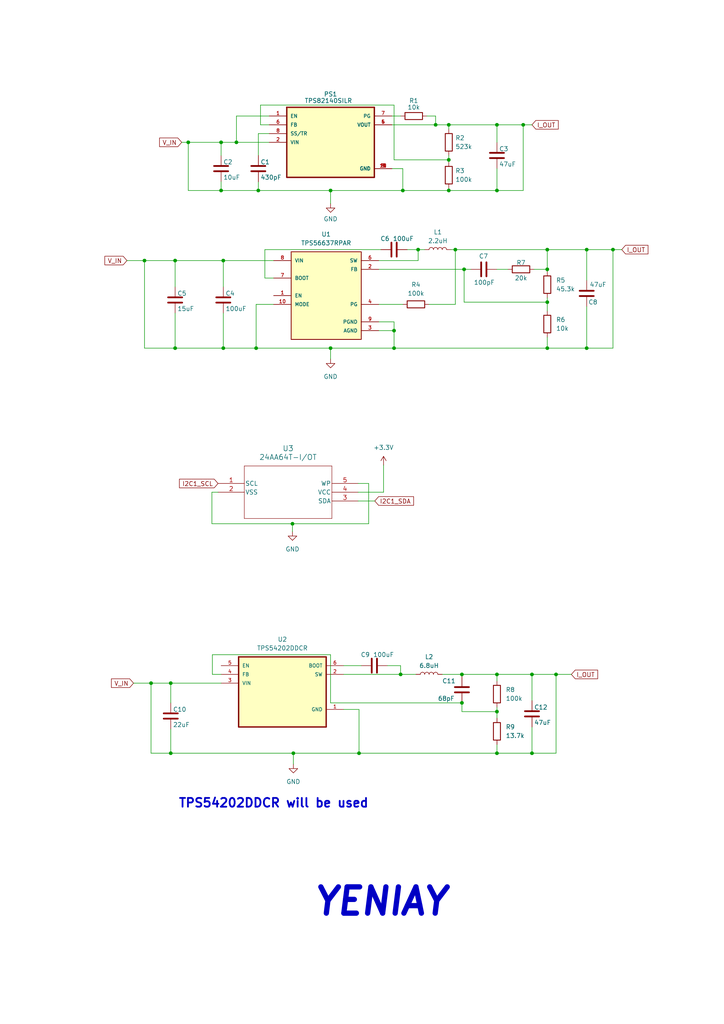
<source format=kicad_sch>
(kicad_sch (version 20231120) (generator "eeschema") (generator_version "8.0")
  (paper "A4" portrait)
  (title_block (title "Voltage Regulator") (date "2024-12-17") (rev "Ozan E."))
  (lib_symbols
    (symbol "2024-04-16_22-30-30:24AA64T-I_OT" (pin_names (offset 0.254))
      (property "Reference" "U" (at 20.32 10.16 0))
      (property "Value" "24AA64T-I/OT" (at 20.32 7.62 0))
      (symbol "24AA64T-I_OT_0_1"
        (polyline (pts (xy 7.62 -10.16) (xy 33.02 -10.16)) (stroke (width 0.127)))
        (polyline (pts (xy 7.62 5.08) (xy 7.62 -10.16)) (stroke (width 0.127)))
        (polyline (pts (xy 33.02 -10.16) (xy 33.02 5.08)) (stroke (width 0.127)))
        (polyline (pts (xy 33.02 5.08) (xy 7.62 5.08)) (stroke (width 0.127)))
        (pin input line (at 0 0 0) (length 7.62) (name "SCL") (number "1"))
        (pin power_in line (at 0 -2.54 0) (length 7.62) (name "VSS") (number "2"))
        (pin bidirectional line (at 40.64 -5.08 180) (length 7.62) (name "SDA") (number "3"))
        (pin power_in line (at 40.64 -2.54 180) (length 7.62) (name "VCC") (number "4"))
        (pin unspecified line (at 40.64 0 180) (length 7.62) (name "WP") (number "5"))
      )
    )
    (symbol "Device:C" (pin_numbers hide) (pin_names (offset 0.254))
      (property "Reference" "C" (at 0.635 2.54 0))
      (property "Value" "C" (at 0.635 -2.54 0))
      (symbol "C_0_1"
        (polyline (pts (xy -2.032 -0.762) (xy 2.032 -0.762)) (stroke (width 0.508)))
        (polyline (pts (xy -2.032 0.762) (xy 2.032 0.762)) (stroke (width 0.508)))
      )
      (symbol "C_1_1"
        (pin passive line (at 0 3.81 270) (length 2.794) (name "~") (number "1"))
        (pin passive line (at 0 -3.81 90) (length 2.794) (name "~") (number "2"))
      )
    )
    (symbol "Device:L" (pin_numbers hide) (pin_names (offset 1.016) hide)
      (property "Reference" "L" (at -1.27 0 90))
      (property "Value" "L" (at 1.905 0 90))
      (symbol "L_0_1"
        (arc (start 0 -2.54) (mid 0.6323 -1.905) (end 0 -1.27))
        (arc (start 0 -1.27) (mid 0.6323 -0.635) (end 0 0))
        (arc (start 0 0) (mid 0.6323 0.635) (end 0 1.27))
        (arc (start 0 1.27) (mid 0.6323 1.905) (end 0 2.54))
      )
      (symbol "L_1_1"
        (pin passive line (at 0 3.81 270) (length 1.27) (name "1") (number "1"))
        (pin passive line (at 0 -3.81 90) (length 1.27) (name "2") (number "2"))
      )
    )
    (symbol "Device:R" (pin_numbers hide) (pin_names (offset 0))
      (property "Reference" "R" (at 2.032 0 90))
      (property "Value" "R" (at 0 0 90))
      (symbol "R_0_1"
        (rectangle (start -1.016 -2.54) (end 1.016 2.54) (stroke (width 0.254)))
      )
      (symbol "R_1_1"
        (pin passive line (at 0 3.81 270) (length 1.27) (name "~") (number "1"))
        (pin passive line (at 0 -3.81 90) (length 1.27) (name "~") (number "2"))
      )
    )
    (symbol "TPS54202DDCR:TPS54202DDCR" (pin_names (offset 1.016))
      (property "Reference" "U" (at -12.7 11.16 0))
      (property "Value" "TPS54202DDCR" (at -12.7 -14.16 0))
      (symbol "TPS54202DDCR_0_0"
        (rectangle (start -12.7 -10.16) (end 12.7 10.16) (stroke (width 0.41)) (fill (type background)))
        (pin power_in line (at 17.78 -5.08 180) (length 5.08) (name "GND") (number "1"))
        (pin output line (at 17.78 5.08 180) (length 5.08) (name "SW") (number "2"))
        (pin input line (at -17.78 2.54 0) (length 5.08) (name "VIN") (number "3"))
        (pin input line (at -17.78 5.08 0) (length 5.08) (name "FB") (number "4"))
        (pin input line (at -17.78 7.62 0) (length 5.08) (name "EN") (number "5"))
        (pin output line (at 17.78 7.62 180) (length 5.08) (name "BOOT") (number "6"))
      )
    )
    (symbol "TPS56637RPAR:TPS56637RPAR" (pin_names (offset 1.016))
      (property "Reference" "U" (at -10.16 13.97 0))
      (property "Value" "TPS56637RPAR" (at -10.16 -13.97 0))
      (symbol "TPS56637RPAR_0_0"
        (rectangle (start -10.16 -12.7) (end 10.16 12.7) (stroke (width 0.254)) (fill (type background)))
        (pin input line (at -15.24 0 0) (length 5.08) (name "EN") (number "1"))
        (pin input line (at -15.24 -2.54 0) (length 5.08) (name "MODE") (number "10"))
        (pin input line (at 15.24 7.62 180) (length 5.08) (name "FB") (number "2"))
        (pin power_in line (at 15.24 -10.16 180) (length 5.08) (name "AGND") (number "3"))
        (pin output line (at 15.24 -2.54 180) (length 5.08) (name "PG") (number "4"))
        (pin output line (at 15.24 10.16 180) (length 5.08) (name "SW") (number "6"))
        (pin input line (at -15.24 5.08 0) (length 5.08) (name "BOOT") (number "7"))
        (pin input line (at -15.24 10.16 0) (length 5.08) (name "VIN") (number "8"))
        (pin power_in line (at 15.24 -7.62 180) (length 5.08) (name "PGND") (number "9"))
      )
    )
    (symbol "TPS82140SILR:TPS82140SILR" (pin_names (offset 1.016))
      (property "Reference" "PS" (at -12.7 11.16 0))
      (property "Value" "TPS82140SILR" (at -12.7 -14.16 0))
      (symbol "TPS82140SILR_0_0"
        (rectangle (start -12.7 -10.16) (end 12.7 10.16) (stroke (width 0.41)) (fill (type background)))
        (pin input line (at -17.78 7.62 0) (length 5.08) (name "EN") (number "1"))
        (pin power_in line (at 17.78 -7.62 180) (length 5.08) (name "GND") (number "10"))
        (pin power_in line (at 17.78 -7.62 180) (length 5.08) (name "GND") (number "11"))
        (pin power_in line (at 17.78 -7.62 180) (length 5.08) (name "GND") (number "12"))
        (pin input line (at -17.78 0 0) (length 5.08) (name "VIN") (number "2"))
        (pin power_in line (at 17.78 -7.62 180) (length 5.08) (name "GND") (number "3"))
        (pin output line (at 17.78 5.08 180) (length 5.08) (name "VOUT") (number "4"))
        (pin output line (at 17.78 5.08 180) (length 5.08) (name "VOUT") (number "5"))
        (pin input line (at -17.78 5.08 0) (length 5.08) (name "FB") (number "6"))
        (pin output line (at 17.78 7.62 180) (length 5.08) (name "PG") (number "7"))
        (pin input line (at -17.78 2.54 0) (length 5.08) (name "SS/TR") (number "8"))
        (pin power_in line (at 17.78 -7.62 180) (length 5.08) (name "GND") (number "9"))
      )
    )
    (symbol "power:+3.3V" (power) (pin_numbers hide) (pin_names (offset 0) hide)
      (property "Value" "+3.3V" (at 0 3.556 0))
      (symbol "+3.3V_0_1"
        (polyline (pts (xy -0.762 1.27) (xy 0 2.54)))
        (polyline (pts (xy 0 0) (xy 0 2.54)))
        (polyline (pts (xy 0 2.54) (xy 0.762 1.27)))
      )
      (symbol "+3.3V_1_1"
        (pin power_in line (at 0 0 90) (length 0) (name "~") (number "1"))
      )
    )
    (symbol "power:GND" (power) (pin_numbers hide) (pin_names (offset 0) hide)
      (property "Value" "GND" (at 0 -3.81 0))
      (symbol "GND_0_1"
        (polyline (pts (xy 0 0) (xy 0 -1.27) (xy 1.27 -1.27) (xy 0 -2.54) (xy -1.27 -1.27) (xy 0 -1.27)))
      )
      (symbol "GND_1_1"
        (pin power_in line (at 0 0 270) (length 0) (name "~") (number "1"))
      )
    )
  )
  (junction (at 114.3 95.885))
  (junction (at 158.75 78.105))
  (junction (at 54.61 41.275))
  (junction (at 64.135 55.245))
  (junction (at 116.84 55.245))
  (junction (at 177.8 72.39))
  (junction (at 68.58 41.275))
  (junction (at 133.985 203.835))
  (junction (at 49.53 218.44))
  (junction (at 144.145 195.58))
  (junction (at 144.145 206.375))
  (junction (at 74.93 55.245))
  (junction (at 144.145 218.44))
  (junction (at 144.145 55.245))
  (junction (at 132.08 72.39))
  (junction (at 161.29 195.58))
  (junction (at 158.75 72.39))
  (junction (at 158.75 100.965))
  (junction (at 95.885 55.245))
  (junction (at 50.8 100.965))
  (junction (at 170.18 100.965))
  (junction (at 43.815 198.12))
  (junction (at 104.14 218.44))
  (junction (at 130.175 36.195))
  (junction (at 170.18 72.39))
  (junction (at 95.885 100.965))
  (junction (at 126.365 36.195))
  (junction (at 41.91 75.565))
  (junction (at 64.77 100.965))
  (junction (at 158.75 87.63))
  (junction (at 64.135 41.275))
  (junction (at 49.53 198.12))
  (junction (at 84.836 151.892))
  (junction (at 154.305 218.44))
  (junction (at 154.305 195.58))
  (junction (at 64.77 75.565))
  (junction (at 134.62 78.105))
  (junction (at 151.765 36.195))
  (junction (at 50.8 75.565))
  (junction (at 144.145 36.195))
  (junction (at 121.285 72.39))
  (junction (at 114.3 100.965))
  (junction (at 133.985 195.58))
  (junction (at 85.09 218.44))
  (junction (at 130.175 55.245))
  (junction (at 74.295 100.965))
  (junction (at 130.175 46.355))
  (junction (at 116.205 195.58))
  (wire (pts (xy 64.135 195.58) (xy 61.595 195.58)))
  (wire (pts (xy 144.145 195.58) (xy 154.305 195.58)))
  (wire (pts (xy 158.75 72.39) (xy 158.75 78.105)))
  (wire (pts (xy 74.295 88.265) (xy 74.295 100.965)))
  (wire (pts (xy 170.18 88.9) (xy 170.18 100.965)))
  (wire (pts (xy 41.91 75.565) (xy 50.8 75.565)))
  (wire (pts (xy 99.695 205.74) (xy 104.14 205.74)))
  (wire (pts (xy 43.815 218.44) (xy 49.53 218.44)))
  (wire (pts (xy 132.08 88.265) (xy 132.08 72.39)))
  (wire (pts (xy 64.135 198.12) (xy 49.53 198.12)))
  (wire (pts (xy 61.595 195.58) (xy 61.595 189.865)))
  (wire (pts (xy 144.145 195.58) (xy 144.145 197.485)))
  (wire (pts (xy 99.695 193.04) (xy 104.775 193.04)))
  (wire (pts (xy 144.145 205.105) (xy 144.145 206.375)))
  (wire (pts (xy 74.295 100.965) (xy 95.885 100.965)))
  (wire (pts (xy 104.14 218.44) (xy 85.09 218.44)))
  (wire (pts (xy 68.58 41.275) (xy 78.105 41.275)))
  (wire (pts (xy 64.77 75.565) (xy 64.77 83.185)))
  (wire (pts (xy 132.08 72.39) (xy 158.75 72.39)))
  (wire (pts (xy 108.712 145.288) (xy 103.886 145.288)))
  (wire (pts (xy 170.18 100.965) (xy 177.8 100.965)))
  (wire (pts (xy 144.145 36.195) (xy 151.765 36.195)))
  (wire (pts (xy 64.77 90.805) (xy 64.77 100.965)))
  (wire (pts (xy 114.3 30.48) (xy 114.3 46.355)))
  (wire (pts (xy 158.75 97.79) (xy 158.75 100.965)))
  (wire (pts (xy 111.252 134.874) (xy 111.252 142.748)))
  (wire (pts (xy 49.53 198.12) (xy 49.53 203.835)))
  (wire (pts (xy 50.8 90.805) (xy 50.8 100.965)))
  (wire (pts (xy 144.145 55.245) (xy 130.175 55.245)))
  (wire (pts (xy 50.8 75.565) (xy 50.8 83.185)))
  (wire (pts (xy 104.14 205.74) (xy 104.14 218.44)))
  (wire (pts (xy 43.815 198.12) (xy 43.815 218.44)))
  (wire (pts (xy 134.62 87.63) (xy 158.75 87.63)))
  (wire (pts (xy 114.3 93.345) (xy 114.3 95.885)))
  (wire (pts (xy 114.3 100.965) (xy 95.885 100.965)))
  (wire (pts (xy 113.665 36.195) (xy 126.365 36.195)))
  (wire (pts (xy 112.395 193.04) (xy 116.205 193.04)))
  (wire (pts (xy 130.175 36.195) (xy 130.175 37.465)))
  (wire (pts (xy 95.885 55.245) (xy 95.885 59.055)))
  (wire (pts (xy 113.665 48.895) (xy 116.84 48.895)))
  (wire (pts (xy 177.8 72.39) (xy 180.34 72.39)))
  (wire (pts (xy 52.705 41.275) (xy 54.61 41.275)))
  (wire (pts (xy 133.985 203.835) (xy 133.985 206.375)))
  (wire (pts (xy 130.175 36.195) (xy 144.145 36.195)))
  (wire (pts (xy 158.75 87.63) (xy 158.75 90.17)))
  (wire (pts (xy 133.985 195.58) (xy 144.145 195.58)))
  (wire (pts (xy 49.53 211.455) (xy 49.53 218.44)))
  (wire (pts (xy 99.695 195.58) (xy 116.205 195.58)))
  (wire (pts (xy 133.985 196.215) (xy 133.985 195.58)))
  (wire (pts (xy 103.886 142.748) (xy 111.252 142.748)))
  (wire (pts (xy 161.29 218.44) (xy 161.29 195.58)))
  (wire (pts (xy 95.885 100.965) (xy 95.885 104.14)))
  (wire (pts (xy 144.145 215.9) (xy 144.145 218.44)))
  (wire (pts (xy 74.93 55.245) (xy 95.885 55.245)))
  (wire (pts (xy 144.145 36.195) (xy 144.145 41.275)))
  (wire (pts (xy 128.27 195.58) (xy 133.985 195.58)))
  (wire (pts (xy 144.145 206.375) (xy 144.145 208.28)))
  (wire (pts (xy 103.886 140.208) (xy 106.934 140.208)))
  (wire (pts (xy 74.93 52.705) (xy 74.93 55.245)))
  (wire (pts (xy 151.765 36.195) (xy 154.305 36.195)))
  (wire (pts (xy 84.836 151.892) (xy 84.836 154.178)))
  (wire (pts (xy 126.365 36.195) (xy 130.175 36.195)))
  (wire (pts (xy 95.885 55.245) (xy 116.84 55.245)))
  (wire (pts (xy 54.61 41.275) (xy 64.135 41.275)))
  (wire (pts (xy 75.565 30.48) (xy 75.565 36.195)))
  (wire (pts (xy 79.375 88.265) (xy 74.295 88.265)))
  (wire (pts (xy 116.205 193.04) (xy 116.205 195.58)))
  (wire (pts (xy 61.595 189.865) (xy 95.885 189.865)))
  (wire (pts (xy 109.855 95.885) (xy 114.3 95.885)))
  (wire (pts (xy 75.565 30.48) (xy 114.3 30.48)))
  (wire (pts (xy 41.91 100.965) (xy 41.91 75.565)))
  (wire (pts (xy 114.3 100.965) (xy 158.75 100.965)))
  (wire (pts (xy 64.135 41.275) (xy 68.58 41.275)))
  (wire (pts (xy 61.468 142.748) (xy 61.468 151.892)))
  (wire (pts (xy 95.885 203.835) (xy 133.985 203.835)))
  (wire (pts (xy 116.84 48.895) (xy 116.84 55.245)))
  (wire (pts (xy 121.285 72.39) (xy 123.19 72.39)))
  (wire (pts (xy 118.11 72.39) (xy 121.285 72.39)))
  (wire (pts (xy 49.53 218.44) (xy 85.09 218.44)))
  (wire (pts (xy 154.94 78.105) (xy 158.75 78.105)))
  (wire (pts (xy 54.61 55.245) (xy 64.135 55.245)))
  (wire (pts (xy 78.105 38.735) (xy 74.93 38.735)))
  (wire (pts (xy 114.3 46.355) (xy 130.175 46.355)))
  (wire (pts (xy 133.985 206.375) (xy 144.145 206.375)))
  (wire (pts (xy 106.934 140.208) (xy 106.934 151.892)))
  (wire (pts (xy 76.835 72.39) (xy 110.49 72.39)))
  (wire (pts (xy 109.855 78.105) (xy 134.62 78.105)))
  (wire (pts (xy 79.375 75.565) (xy 64.77 75.565)))
  (wire (pts (xy 36.83 75.565) (xy 41.91 75.565)))
  (wire (pts (xy 64.135 55.245) (xy 64.135 52.705)))
  (wire (pts (xy 144.145 48.895) (xy 144.145 55.245)))
  (wire (pts (xy 109.855 88.265) (xy 116.84 88.265)))
  (wire (pts (xy 124.46 88.265) (xy 132.08 88.265)))
  (wire (pts (xy 95.885 189.865) (xy 95.885 203.835)))
  (wire (pts (xy 75.565 36.195) (xy 78.105 36.195)))
  (wire (pts (xy 158.75 72.39) (xy 170.18 72.39)))
  (wire (pts (xy 158.75 86.36) (xy 158.75 87.63)))
  (wire (pts (xy 154.305 218.44) (xy 161.29 218.44)))
  (wire (pts (xy 170.18 72.39) (xy 170.18 81.28)))
  (wire (pts (xy 144.145 218.44) (xy 104.14 218.44)))
  (wire (pts (xy 154.305 218.44) (xy 144.145 218.44)))
  (wire (pts (xy 161.29 195.58) (xy 154.305 195.58)))
  (wire (pts (xy 79.375 80.645) (xy 76.835 80.645)))
  (wire (pts (xy 85.09 218.44) (xy 85.09 221.615)))
  (wire (pts (xy 64.77 100.965) (xy 74.295 100.965)))
  (wire (pts (xy 84.836 151.892) (xy 106.934 151.892)))
  (wire (pts (xy 68.58 33.655) (xy 68.58 41.275)))
  (wire (pts (xy 154.305 195.58) (xy 154.305 203.2)))
  (wire (pts (xy 114.3 95.885) (xy 114.3 100.965)))
  (wire (pts (xy 113.665 33.655) (xy 116.205 33.655)))
  (wire (pts (xy 144.145 78.105) (xy 147.32 78.105)))
  (wire (pts (xy 158.75 78.105) (xy 158.75 78.74)))
  (wire (pts (xy 134.62 78.105) (xy 134.62 87.63)))
  (wire (pts (xy 121.285 75.565) (xy 121.285 72.39)))
  (wire (pts (xy 54.61 41.275) (xy 54.61 55.245)))
  (wire (pts (xy 170.18 100.965) (xy 158.75 100.965)))
  (wire (pts (xy 144.145 55.245) (xy 151.765 55.245)))
  (wire (pts (xy 50.8 100.965) (xy 64.77 100.965)))
  (wire (pts (xy 74.93 38.735) (xy 74.93 45.085)))
  (wire (pts (xy 126.365 33.655) (xy 126.365 36.195)))
  (wire (pts (xy 68.58 33.655) (xy 78.105 33.655)))
  (wire (pts (xy 177.8 100.965) (xy 177.8 72.39)))
  (wire (pts (xy 109.855 93.345) (xy 114.3 93.345)))
  (wire (pts (xy 109.855 75.565) (xy 121.285 75.565)))
  (wire (pts (xy 134.62 78.105) (xy 136.525 78.105)))
  (wire (pts (xy 130.175 46.355) (xy 130.175 45.085)))
  (wire (pts (xy 130.175 55.245) (xy 116.84 55.245)))
  (wire (pts (xy 43.815 198.12) (xy 49.53 198.12)))
  (wire (pts (xy 63.246 142.748) (xy 61.468 142.748)))
  (wire (pts (xy 61.468 151.892) (xy 84.836 151.892)))
  (wire (pts (xy 50.8 75.565) (xy 64.77 75.565)))
  (wire (pts (xy 64.135 55.245) (xy 74.93 55.245)))
  (wire (pts (xy 170.18 72.39) (xy 177.8 72.39)))
  (wire (pts (xy 130.81 72.39) (xy 132.08 72.39)))
  (wire (pts (xy 130.175 46.355) (xy 130.175 46.99)))
  (wire (pts (xy 151.765 55.245) (xy 151.765 36.195)))
  (wire (pts (xy 123.825 33.655) (xy 126.365 33.655)))
  (wire (pts (xy 154.305 210.82) (xy 154.305 218.44)))
  (wire (pts (xy 161.29 195.58) (xy 165.735 195.58)))
  (wire (pts (xy 64.135 41.275) (xy 64.135 45.085)))
  (wire (pts (xy 50.8 100.965) (xy 41.91 100.965)))
  (wire (pts (xy 76.835 80.645) (xy 76.835 72.39)))
  (wire (pts (xy 116.205 195.58) (xy 120.65 195.58)))
  (wire (pts (xy 38.735 198.12) (xy 43.815 198.12)))
  (wire (pts (xy 130.175 54.61) (xy 130.175 55.245)))
  (text "YENIAY" (at 110.49 261.62 0) (effects (font (size 7.62 7.62) (thickness 1.524) (bold yes) (italic yes))))
  (text "TPS54202DDCR will be used\n" (at 79.375 233.045 0) (effects (font (size 2.54 2.54) (thickness 0.508) (bold yes))))
  (global_label "V_IN" (shape input) (at 38.735 198.12 180) (property "Intersheetrefs" "${INTERSHEET_REFS}" (effects (hide yes))))
  (global_label "I_OUT" (shape input) (at 165.735 195.58 0) (property "Intersheetrefs" "${INTERSHEET_REFS}" (effects (hide yes))))
  (global_label "I_OUT" (shape input) (at 180.34 72.39 0) (property "Intersheetrefs" "${INTERSHEET_REFS}" (effects (hide yes))))
  (global_label "V_IN" (shape input) (at 36.83 75.565 180) (property "Intersheetrefs" "${INTERSHEET_REFS}" (effects (hide yes))))
  (global_label "I2C1_SDA" (shape input) (at 108.712 145.288 0) (property "Intersheetrefs" "${INTERSHEET_REFS}" (effects (hide yes))))
  (global_label "V_IN" (shape input) (at 52.705 41.275 180) (property "Intersheetrefs" "${INTERSHEET_REFS}" (effects (hide yes))))
  (global_label "I2C1_SCL" (shape input) (at 63.246 140.208 180) (property "Intersheetrefs" "${INTERSHEET_REFS}" (effects (hide yes))))
  (global_label "I_OUT" (shape input) (at 154.305 36.195 0) (property "Intersheetrefs" "${INTERSHEET_REFS}" (effects (hide yes))))
  (symbol (lib_id "Device:R") (at 120.015 33.655 90) (unit 1)
    (property "Reference" "R1" (at 120.015 29.21 90))
    (property "Value" "10k" (at 120.015 31.115 90))
    (property "Description" "Resistor" (effects (hide yes)))
  )
  (symbol (lib_id "Device:R") (at 158.75 82.55 180) (unit 1)
    (property "Reference" "R5" (at 161.29 81.2799 0) (effects (justify right)))
    (property "Value" "45.3k" (at 161.29 83.8199 0) (effects (justify right)))
    (property "Description" "Resistor" (effects (hide yes)))
  )
  (symbol (lib_id "Device:C") (at 49.53 207.645 0) (unit 1)
    (property "Reference" "C10" (at 50.165 205.74 0) (effects (justify left)))
    (property "Value" "22uF" (at 50.165 210.185 0) (effects (justify left)))
    (property "Description" "Unpolarized capacitor" (effects (hide yes)))
  )
  (symbol (lib_id "TPS82140SILR:TPS82140SILR") (at 95.885 41.275 0) (unit 1)
    (property "Reference" "PS1" (at 95.885 27.305 0))
    (property "Value" "TPS82140SILR" (at 95.25 29.21 0))
    (property "Footprint" "TPS82140SILR:CONV_TPS82140SILR" (effects (hide yes)))
    (property "MF" "Texas Instruments" (effects (hide yes)))
    (property "Description_1" "\n                        \n                            17V Input 2A Synchronous Step-Down Converter MicroSiP™ Module With Integrated Inductor\n                        \n" (effects (hide yes)))
    (property "Package" "USIP-8 Texas Instruments" (effects (hide yes)))
    (property "Price" "None" (effects (hide yes)))
    (property "SnapEDA_Link" "https://www.snapeda.com/parts/TPS82140SILR/Texas+Instruments/view-part/?ref=snap" (effects (hide yes)))
    (property "MP" "TPS82140SILR" (effects (hide yes)))
    (property "Availability" "In Stock" (effects (hide yes)))
    (property "Check_prices" "https://www.snapeda.com/parts/TPS82140SILR/Texas+Instruments/view-part/?ref=eda" (effects (hide yes)))
  )
  (symbol (lib_id "Device:C") (at 108.585 193.04 90) (unit 1)
    (property "Reference" "C9" (at 107.315 189.865 90) (effects (justify left)))
    (property "Value" "100uF" (at 114.3 189.865 90) (effects (justify left)))
    (property "Description" "Unpolarized capacitor" (effects (hide yes)))
  )
  (symbol (lib_id "Device:C") (at 64.135 48.895 0) (unit 1)
    (property "Reference" "C2" (at 64.77 46.99 0) (effects (justify left)))
    (property "Value" "10uF" (at 64.77 51.435 0) (effects (justify left)))
    (property "Description" "Unpolarized capacitor" (effects (hide yes)))
  )
  (symbol (lib_id "Device:R") (at 144.145 201.295 180) (unit 1)
    (property "Reference" "R8" (at 146.685 200.0249 0) (effects (justify right)))
    (property "Value" "100k" (at 146.685 202.5649 0) (effects (justify right)))
    (property "Description" "Resistor" (effects (hide yes)))
  )
  (symbol (lib_id "power:+3.3V") (at 111.252 134.874 0) (unit 1)
    (property "Reference" "#PWR05" (effects (hide yes)))
    (property "Value" "+3.3V" (at 111.252 129.794 0))
    (property "Description" "Power symbol creates a global label with name \"+3.3V\"" (effects (hide yes)))
  )
  (symbol (lib_id "Device:C") (at 74.93 48.895 0) (unit 1)
    (property "Reference" "C1" (at 75.565 46.99 0) (effects (justify left)))
    (property "Value" "430pF" (at 75.565 51.435 0) (effects (justify left)))
    (property "Description" "Unpolarized capacitor" (effects (hide yes)))
  )
  (symbol (lib_id "Device:R") (at 130.175 50.8 180) (unit 1)
    (property "Reference" "R3" (at 132.08 49.5299 0) (effects (justify right)))
    (property "Value" "100k" (at 132.08 52.0699 0) (effects (justify right)))
    (property "Description" "Resistor" (effects (hide yes)))
  )
  (symbol (lib_id "Device:R") (at 144.145 212.09 180) (unit 1)
    (property "Reference" "R9" (at 146.685 210.8199 0) (effects (justify right)))
    (property "Value" "13.7k" (at 146.685 213.3599 0) (effects (justify right)))
    (property "Description" "Resistor" (effects (hide yes)))
  )
  (symbol (lib_id "Device:R") (at 158.75 93.98 180) (unit 1)
    (property "Reference" "R6" (at 161.29 92.7099 0) (effects (justify right)))
    (property "Value" "10k" (at 161.29 95.2499 0) (effects (justify right)))
    (property "Description" "Resistor" (effects (hide yes)))
  )
  (symbol (lib_id "Device:C") (at 50.8 86.995 0) (unit 1)
    (property "Reference" "C5" (at 51.435 85.09 0) (effects (justify left)))
    (property "Value" "15uF" (at 51.435 89.535 0) (effects (justify left)))
    (property "Description" "Unpolarized capacitor" (effects (hide yes)))
  )
  (symbol (lib_id "Device:R") (at 151.13 78.105 90) (unit 1)
    (property "Reference" "R7" (at 151.13 76.2 90))
    (property "Value" "20k" (at 151.13 80.645 90))
    (property "Description" "Resistor" (effects (hide yes)))
  )
  (symbol (lib_id "power:GND") (at 85.09 221.615 0) (unit 1)
    (property "Reference" "#PWR03" (effects (hide yes)))
    (property "Value" "GND" (at 85.09 226.695 0))
    (property "Description" "Power symbol creates a global label with name \"GND\" , ground" (effects (hide yes)))
  )
  (symbol (lib_id "power:GND") (at 95.885 104.14 0) (unit 1)
    (property "Reference" "#PWR02" (effects (hide yes)))
    (property "Value" "GND" (at 95.885 109.22 0))
    (property "Description" "Power symbol creates a global label with name \"GND\" , ground" (effects (hide yes)))
  )
  (symbol (lib_id "power:GND") (at 84.836 154.178 0) (unit 1)
    (property "Reference" "#PWR04" (effects (hide yes)))
    (property "Value" "GND" (at 84.836 159.258 0))
    (property "Description" "Power symbol creates a global label with name \"GND\" , ground" (effects (hide yes)))
  )
  (symbol (lib_id "Device:C") (at 140.335 78.105 90) (unit 1)
    (property "Reference" "C7" (at 141.605 74.295 90) (effects (justify left)))
    (property "Value" "100pF" (at 143.51 81.915 90) (effects (justify left)))
    (property "Description" "Unpolarized capacitor" (effects (hide yes)))
  )
  (symbol (lib_id "Device:R") (at 130.175 41.275 180) (unit 1)
    (property "Reference" "R2" (at 132.08 40.0049 0) (effects (justify right)))
    (property "Value" "523k" (at 132.08 42.5449 0) (effects (justify right)))
    (property "Description" "Resistor" (effects (hide yes)))
  )
  (symbol (lib_id "Device:C") (at 114.3 72.39 90) (unit 1)
    (property "Reference" "C6" (at 113.03 69.215 90) (effects (justify left)))
    (property "Value" "100uF" (at 120.015 69.215 90) (effects (justify left)))
    (property "Description" "Unpolarized capacitor" (effects (hide yes)))
  )
  (symbol (lib_id "Device:C") (at 144.145 45.085 0) (unit 1)
    (property "Reference" "C3" (at 144.78 43.18 0) (effects (justify left)))
    (property "Value" "47uF" (at 144.78 47.625 0) (effects (justify left)))
    (property "Description" "Unpolarized capacitor" (effects (hide yes)))
  )
  (symbol (lib_id "Device:C") (at 133.985 200.025 0) (unit 1)
    (property "Reference" "C11" (at 128.27 197.485 0) (effects (justify left)))
    (property "Value" "68pF" (at 127 202.565 0) (effects (justify left)))
    (property "Description" "Unpolarized capacitor" (effects (hide yes)))
  )
  (symbol (lib_id "Device:L") (at 127 72.39 90) (unit 1)
    (property "Reference" "L1" (at 127 67.31 90))
    (property "Value" "2.2uH" (at 127 69.85 90))
    (property "Description" "Inductor" (effects (hide yes)))
  )
  (symbol (lib_id "Device:R") (at 120.65 88.265 90) (unit 1)
    (property "Reference" "R4" (at 120.65 82.55 90))
    (property "Value" "100k" (at 120.65 85.09 90))
    (property "Description" "Resistor" (effects (hide yes)))
  )
  (symbol (lib_id "Device:C") (at 64.77 86.995 0) (unit 1)
    (property "Reference" "C4" (at 65.405 85.09 0) (effects (justify left)))
    (property "Value" "100uF" (at 65.405 89.535 0) (effects (justify left)))
    (property "Description" "Unpolarized capacitor" (effects (hide yes)))
  )
  (symbol (lib_id "TPS56637RPAR:TPS56637RPAR") (at 94.615 85.725 0) (unit 1)
    (property "Reference" "U1" (at 94.615 67.945 0))
    (property "Value" "TPS56637RPAR" (at 94.615 70.485 0))
    (property "Footprint" "TPS56637RPAR:CONV_TPS56637RPAR" (effects (hide yes)))
    (property "MF" "Texas Instruments" (effects (hide yes)))
    (property "MAXIMUM_PACKAGE_HEIGHT" "1.0mm" (effects (hide yes)))
    (property "Package" "VQFN-HR-10 Texas Instruments" (effects (hide yes)))
    (property "Price" "None" (effects (hide yes)))
    (property "Check_prices" "https://www.snapeda.com/parts/TPS56637RPAR/Texas+Instruments/view-part/?ref=eda" (effects (hide yes)))
    (property "STANDARD" "Manufacturer recommendations" (effects (hide yes)))
    (property "PARTREV" "A" (effects (hide yes)))
    (property "SnapEDA_Link" "https://www.snapeda.com/parts/TPS56637RPAR/Texas+Instruments/view-part/?ref=snap" (effects (hide yes)))
    (property "MP" "TPS56637RPAR" (effects (hide yes)))
    (property "Description_1" "\n                        \n                            4.5-V to 28-V, 6-A synchronous buck converter with ULQ-Mode\n                        \n" (effects (hide yes)))
    (property "Availability" "In Stock" (effects (hide yes)))
    (property "MANUFACTURER" "Texas Instruments" (effects (hide yes)))
  )
  (symbol (lib_id "Device:L") (at 124.46 195.58 90) (unit 1)
    (property "Reference" "L2" (at 124.46 190.5 90))
    (property "Value" "6.8uH" (at 124.46 193.04 90))
    (property "Description" "Inductor" (effects (hide yes)))
  )
  (symbol (lib_id "Device:C") (at 154.305 207.01 0) (unit 1)
    (property "Reference" "C12" (at 154.94 205.105 0) (effects (justify left)))
    (property "Value" "47uF" (at 154.94 209.55 0) (effects (justify left)))
    (property "Description" "Unpolarized capacitor" (effects (hide yes)))
  )
  (symbol (lib_id "TPS54202DDCR:TPS54202DDCR") (at 81.915 200.66 0) (unit 1)
    (property "Reference" "U2" (at 81.915 185.42 0))
    (property "Value" "TPS54202DDCR" (at 81.915 187.96 0))
    (property "Footprint" "TPS54202DDCR:SOT95P280X110-6N" (effects (hide yes)))
    (property "MF" "Texas Instruments" (effects (hide yes)))
    (property "Description_1" "\n                        \n                            4.5V to 28V Input, 2A Output, EMI Friendly Synchronous Step-Down Converter\n                        \n" (effects (hide yes)))
    (property "Package" "SOT-23-THN-6 Texas Instruments" (effects (hide yes)))
    (property "Price" "None" (effects (hide yes)))
    (property "SnapEDA_Link" "https://www.snapeda.com/parts/TPS54202DDCR/Texas+Instruments/view-part/?ref=snap" (effects (hide yes)))
    (property "MP" "TPS54202DDCR" (effects (hide yes)))
    (property "Availability" "In Stock" (effects (hide yes)))
    (property "Check_prices" "https://www.snapeda.com/parts/TPS54202DDCR/Texas+Instruments/view-part/?ref=eda" (effects (hide yes)))
  )
  (symbol (lib_id "2024-04-16_22-30-30:24AA64T-I_OT") (at 63.246 140.208 0) (unit 1)
    (property "Reference" "U3" (at 83.566 130.048 0) (effects (font (size 1.524 1.524))))
    (property "Value" "24AA64T-I/OT" (at 83.566 132.588 0) (effects (font (size 1.524 1.524))))
    (property "Footprint" "SOT-23-5_MC_MCH" (effects (hide yes)))
    (property "Datasheet" "24AA64T-I/OT" (effects (hide yes)))
  )
  (symbol (lib_id "power:GND") (at 95.885 59.055 0) (unit 1)
    (property "Reference" "#PWR01" (effects (hide yes)))
    (property "Value" "GND" (at 95.885 63.5 0))
    (property "Description" "Power symbol creates a global label with name \"GND\" , ground" (effects (hide yes)))
  )
  (symbol (lib_id "Device:C") (at 170.18 85.09 180) (unit 1)
    (property "Reference" "C8" (at 173.355 87.63 0) (effects (justify left)))
    (property "Value" "47uF" (at 175.895 82.55 0) (effects (justify left)))
    (property "Description" "Unpolarized capacitor" (effects (hide yes)))
  )
)
</source>
